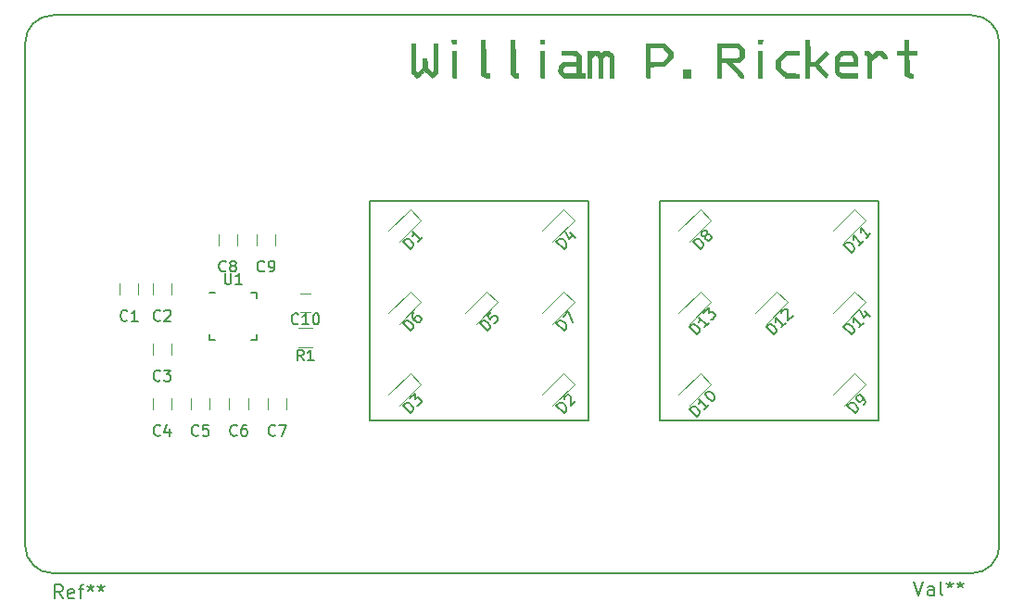
<source format=gbr>
%TF.GenerationSoftware,KiCad,Pcbnew,5.1.0*%
%TF.CreationDate,2019-04-11T23:23:28-05:00*%
%TF.ProjectId,Layout,4c61796f-7574-42e6-9b69-6361645f7063,rev?*%
%TF.SameCoordinates,Original*%
%TF.FileFunction,Legend,Top*%
%TF.FilePolarity,Positive*%
%FSLAX46Y46*%
G04 Gerber Fmt 4.6, Leading zero omitted, Abs format (unit mm)*
G04 Created by KiCad (PCBNEW 5.1.0) date 2019-04-11 23:23:28*
%MOMM*%
%LPD*%
G04 APERTURE LIST*
%ADD10C,0.200000*%
%ADD11C,0.150000*%
%ADD12C,0.120000*%
%ADD13C,0.010000*%
G04 APERTURE END LIST*
D10*
X143500000Y-110500000D02*
X163500000Y-110500000D01*
X163500000Y-90500000D02*
X143500000Y-90500000D01*
X163500000Y-110500000D02*
X163500000Y-90500000D01*
X143500000Y-90500000D02*
X143500000Y-110500000D01*
X190000000Y-110500000D02*
X170000000Y-110500000D01*
X170000000Y-90500000D02*
X190000000Y-90500000D01*
X170000000Y-90500000D02*
X170000000Y-110500000D01*
X190000000Y-110500000D02*
X190000000Y-90500000D01*
D11*
X112000000Y-122000000D02*
X112000000Y-76000000D01*
X198500000Y-124500000D02*
X114500000Y-124500000D01*
X201000000Y-76000000D02*
X201000000Y-122000000D01*
X114500000Y-73500000D02*
X198500000Y-73500000D01*
X201000000Y-122000000D02*
G75*
G02X198500000Y-124500000I-2500000J0D01*
G01*
X114500000Y-124500000D02*
G75*
G02X112000000Y-122000000I0J2500000D01*
G01*
X112000000Y-76000000D02*
G75*
G02X114500000Y-73500000I2500000J0D01*
G01*
X198500000Y-73500000D02*
G75*
G02X201000000Y-76000000I0J-2500000D01*
G01*
D12*
X123650000Y-103500000D02*
X123650000Y-104500000D01*
X125350000Y-104500000D02*
X125350000Y-103500000D01*
X122350000Y-99000000D02*
X122350000Y-98000000D01*
X120650000Y-98000000D02*
X120650000Y-99000000D01*
X134150000Y-108500000D02*
X134150000Y-109500000D01*
X135850000Y-109500000D02*
X135850000Y-108500000D01*
X132350000Y-109500000D02*
X132350000Y-108500000D01*
X130650000Y-108500000D02*
X130650000Y-109500000D01*
X125350000Y-109500000D02*
X125350000Y-108500000D01*
X123650000Y-108500000D02*
X123650000Y-109500000D01*
X125350000Y-99000000D02*
X125350000Y-98000000D01*
X123650000Y-98000000D02*
X123650000Y-99000000D01*
X128850000Y-109500000D02*
X128850000Y-108500000D01*
X127150000Y-108500000D02*
X127150000Y-109500000D01*
X129650000Y-93500000D02*
X129650000Y-94500000D01*
X131350000Y-94500000D02*
X131350000Y-93500000D01*
X134850000Y-94500000D02*
X134850000Y-93500000D01*
X133150000Y-93500000D02*
X133150000Y-94500000D01*
X148167768Y-92222183D02*
X147177818Y-91232233D01*
X147177818Y-91232233D02*
X145197919Y-93212132D01*
X148167768Y-92222183D02*
X146187869Y-94202082D01*
X162167768Y-107222183D02*
X160187869Y-109202082D01*
X161177818Y-106232233D02*
X159197919Y-108212132D01*
X162167768Y-107222183D02*
X161177818Y-106232233D01*
X148167768Y-107222183D02*
X146187869Y-109202082D01*
X147177818Y-106232233D02*
X145197919Y-108212132D01*
X148167768Y-107222183D02*
X147177818Y-106232233D01*
X162167768Y-92222183D02*
X161177818Y-91232233D01*
X161177818Y-91232233D02*
X159197919Y-93212132D01*
X162167768Y-92222183D02*
X160187869Y-94202082D01*
X155167768Y-99722183D02*
X154177818Y-98732233D01*
X154177818Y-98732233D02*
X152197919Y-100712132D01*
X155167768Y-99722183D02*
X153187869Y-101702082D01*
X148167768Y-99722183D02*
X147177818Y-98732233D01*
X147177818Y-98732233D02*
X145197919Y-100712132D01*
X148167768Y-99722183D02*
X146187869Y-101702082D01*
X162167768Y-99722183D02*
X160187869Y-101702082D01*
X161177818Y-98732233D02*
X159197919Y-100712132D01*
X162167768Y-99722183D02*
X161177818Y-98732233D01*
X174667768Y-92222183D02*
X172687869Y-94202082D01*
X173677818Y-91232233D02*
X171697919Y-93212132D01*
X174667768Y-92222183D02*
X173677818Y-91232233D01*
X188767767Y-107222183D02*
X187777817Y-106232233D01*
X187777817Y-106232233D02*
X185797918Y-108212132D01*
X188767767Y-107222183D02*
X186787868Y-109202082D01*
X174667768Y-107222183D02*
X173677818Y-106232233D01*
X173677818Y-106232233D02*
X171697919Y-108212132D01*
X174667768Y-107222183D02*
X172687869Y-109202082D01*
X188767767Y-92222183D02*
X186787868Y-94202082D01*
X187777817Y-91232233D02*
X185797918Y-93212132D01*
X188767767Y-92222183D02*
X187777817Y-91232233D01*
X181667768Y-99722183D02*
X179687869Y-101702082D01*
X180677818Y-98732233D02*
X178697919Y-100712132D01*
X181667768Y-99722183D02*
X180677818Y-98732233D01*
X174667768Y-99722183D02*
X172687869Y-101702082D01*
X173677818Y-98732233D02*
X171697919Y-100712132D01*
X174667768Y-99722183D02*
X173677818Y-98732233D01*
X188767767Y-99722183D02*
X187777817Y-98732233D01*
X187777817Y-98732233D02*
X185797918Y-100712132D01*
X188767767Y-99722183D02*
X186787868Y-101702082D01*
D11*
X133150000Y-98860000D02*
X133150000Y-99385000D01*
X128850000Y-103160000D02*
X128850000Y-102635000D01*
X133150000Y-103160000D02*
X133150000Y-102635000D01*
X128850000Y-98860000D02*
X129375000Y-98860000D01*
X128850000Y-103160000D02*
X129375000Y-103160000D01*
X133150000Y-103160000D02*
X132625000Y-103160000D01*
X133150000Y-98860000D02*
X132625000Y-98860000D01*
D13*
G36*
X179324184Y-75913250D02*
G01*
X179311882Y-76026255D01*
X179279926Y-76080139D01*
X179202963Y-76100255D01*
X179131250Y-76106184D01*
X178951334Y-76119201D01*
X178951334Y-75733333D01*
X179337202Y-75733333D01*
X179324184Y-75913250D01*
X179324184Y-75913250D01*
G37*
X179324184Y-75913250D02*
X179311882Y-76026255D01*
X179279926Y-76080139D01*
X179202963Y-76100255D01*
X179131250Y-76106184D01*
X178951334Y-76119201D01*
X178951334Y-75733333D01*
X179337202Y-75733333D01*
X179324184Y-75913250D01*
G36*
X159393334Y-76114333D02*
G01*
X159222672Y-76114333D01*
X159092637Y-76099179D01*
X159029895Y-76056531D01*
X159029015Y-76054409D01*
X159016472Y-75969332D01*
X159019760Y-75874492D01*
X159037548Y-75797838D01*
X159084482Y-75760016D01*
X159185915Y-75743613D01*
X159213417Y-75741482D01*
X159393334Y-75728465D01*
X159393334Y-76114333D01*
X159393334Y-76114333D01*
G37*
X159393334Y-76114333D02*
X159222672Y-76114333D01*
X159092637Y-76099179D01*
X159029895Y-76056531D01*
X159029015Y-76054409D01*
X159016472Y-75969332D01*
X159019760Y-75874492D01*
X159037548Y-75797838D01*
X159084482Y-75760016D01*
X159185915Y-75743613D01*
X159213417Y-75741482D01*
X159393334Y-75728465D01*
X159393334Y-76114333D01*
G36*
X151350000Y-76114333D02*
G01*
X151187722Y-76114333D01*
X151075852Y-76107570D01*
X151004241Y-76090837D01*
X150997222Y-76086111D01*
X150978943Y-76028944D01*
X150969399Y-75923186D01*
X150969000Y-75895611D01*
X150969000Y-75733333D01*
X151350000Y-75733333D01*
X151350000Y-76114333D01*
X151350000Y-76114333D01*
G37*
X151350000Y-76114333D02*
X151187722Y-76114333D01*
X151075852Y-76107570D01*
X151004241Y-76090837D01*
X150997222Y-76086111D01*
X150978943Y-76028944D01*
X150969399Y-75923186D01*
X150969000Y-75895611D01*
X150969000Y-75733333D01*
X151350000Y-75733333D01*
X151350000Y-76114333D01*
G36*
X192709667Y-76745909D02*
G01*
X193058917Y-76758204D01*
X193408167Y-76770500D01*
X193421184Y-76950416D01*
X193434202Y-77130333D01*
X192707877Y-77130333D01*
X192719355Y-77966416D01*
X192730834Y-78802500D01*
X192900167Y-78823666D01*
X193008388Y-78842148D01*
X193056620Y-78879192D01*
X193069095Y-78962058D01*
X193069500Y-79014166D01*
X193069500Y-79183500D01*
X192872349Y-79196242D01*
X192736489Y-79195617D01*
X192636296Y-79161700D01*
X192527276Y-79079098D01*
X192523099Y-79075440D01*
X192371000Y-78941895D01*
X192371000Y-77130333D01*
X191651334Y-77130333D01*
X191651334Y-76749333D01*
X192371000Y-76749333D01*
X192371000Y-75733333D01*
X192709667Y-75733333D01*
X192709667Y-76745909D01*
X192709667Y-76745909D01*
G37*
X192709667Y-76745909D02*
X193058917Y-76758204D01*
X193408167Y-76770500D01*
X193421184Y-76950416D01*
X193434202Y-77130333D01*
X192707877Y-77130333D01*
X192719355Y-77966416D01*
X192730834Y-78802500D01*
X192900167Y-78823666D01*
X193008388Y-78842148D01*
X193056620Y-78879192D01*
X193069095Y-78962058D01*
X193069500Y-79014166D01*
X193069500Y-79183500D01*
X192872349Y-79196242D01*
X192736489Y-79195617D01*
X192636296Y-79161700D01*
X192527276Y-79079098D01*
X192523099Y-79075440D01*
X192371000Y-78941895D01*
X192371000Y-77130333D01*
X191651334Y-77130333D01*
X191651334Y-76749333D01*
X192371000Y-76749333D01*
X192371000Y-75733333D01*
X192709667Y-75733333D01*
X192709667Y-76745909D01*
G36*
X190515107Y-76996560D02*
G01*
X190656035Y-77148292D01*
X190735758Y-77262853D01*
X190762261Y-77351865D01*
X190762334Y-77356393D01*
X190755345Y-77425766D01*
X190719166Y-77458632D01*
X190630972Y-77468481D01*
X190571834Y-77469000D01*
X190438289Y-77457983D01*
X190383242Y-77424284D01*
X190381334Y-77413420D01*
X190344622Y-77323837D01*
X190252242Y-77233866D01*
X190130829Y-77162990D01*
X190007014Y-77130693D01*
X189994379Y-77130333D01*
X189915570Y-77138131D01*
X189840927Y-77169275D01*
X189753280Y-77235391D01*
X189635459Y-77348104D01*
X189562779Y-77422550D01*
X189280667Y-77714767D01*
X189280667Y-79204666D01*
X188942000Y-79204666D01*
X188942000Y-78215016D01*
X188941559Y-77889282D01*
X188939059Y-77638094D01*
X188932733Y-77451333D01*
X188920815Y-77318879D01*
X188901538Y-77230613D01*
X188873136Y-77176416D01*
X188833842Y-77146167D01*
X188781889Y-77129747D01*
X188751500Y-77123725D01*
X188694840Y-77095442D01*
X188670492Y-77023162D01*
X188666834Y-76939253D01*
X188671925Y-76830534D01*
X188701542Y-76780250D01*
X188777198Y-76762223D01*
X188815000Y-76758964D01*
X188981905Y-76778401D01*
X189129918Y-76852358D01*
X189234279Y-76965041D01*
X189266046Y-77046646D01*
X189291632Y-77174577D01*
X189516449Y-76961955D01*
X189635879Y-76852190D01*
X189723571Y-76788695D01*
X189808583Y-76758815D01*
X189919972Y-76749893D01*
X190004573Y-76749333D01*
X190267880Y-76749333D01*
X190515107Y-76996560D01*
X190515107Y-76996560D01*
G37*
X190515107Y-76996560D02*
X190656035Y-77148292D01*
X190735758Y-77262853D01*
X190762261Y-77351865D01*
X190762334Y-77356393D01*
X190755345Y-77425766D01*
X190719166Y-77458632D01*
X190630972Y-77468481D01*
X190571834Y-77469000D01*
X190438289Y-77457983D01*
X190383242Y-77424284D01*
X190381334Y-77413420D01*
X190344622Y-77323837D01*
X190252242Y-77233866D01*
X190130829Y-77162990D01*
X190007014Y-77130693D01*
X189994379Y-77130333D01*
X189915570Y-77138131D01*
X189840927Y-77169275D01*
X189753280Y-77235391D01*
X189635459Y-77348104D01*
X189562779Y-77422550D01*
X189280667Y-77714767D01*
X189280667Y-79204666D01*
X188942000Y-79204666D01*
X188942000Y-78215016D01*
X188941559Y-77889282D01*
X188939059Y-77638094D01*
X188932733Y-77451333D01*
X188920815Y-77318879D01*
X188901538Y-77230613D01*
X188873136Y-77176416D01*
X188833842Y-77146167D01*
X188781889Y-77129747D01*
X188751500Y-77123725D01*
X188694840Y-77095442D01*
X188670492Y-77023162D01*
X188666834Y-76939253D01*
X188671925Y-76830534D01*
X188701542Y-76780250D01*
X188777198Y-76762223D01*
X188815000Y-76758964D01*
X188981905Y-76778401D01*
X189129918Y-76852358D01*
X189234279Y-76965041D01*
X189266046Y-77046646D01*
X189291632Y-77174577D01*
X189516449Y-76961955D01*
X189635879Y-76852190D01*
X189723571Y-76788695D01*
X189808583Y-76758815D01*
X189919972Y-76749893D01*
X190004573Y-76749333D01*
X190267880Y-76749333D01*
X190515107Y-76996560D01*
G36*
X187808356Y-76991424D02*
G01*
X188053000Y-77233516D01*
X188053000Y-78146333D01*
X186317334Y-78146333D01*
X186317334Y-78371246D01*
X186324722Y-78516239D01*
X186355112Y-78612436D01*
X186420845Y-78695033D01*
X186436067Y-78709913D01*
X186554800Y-78823666D01*
X188053000Y-78823666D01*
X188053000Y-79204666D01*
X186494270Y-79204666D01*
X186280470Y-79035667D01*
X186160944Y-78933992D01*
X186066121Y-78840341D01*
X186022669Y-78784450D01*
X186006995Y-78712877D01*
X185994101Y-78569806D01*
X185984696Y-78368379D01*
X185979487Y-78121739D01*
X185978667Y-77967874D01*
X185978667Y-77566566D01*
X186359667Y-77566566D01*
X186359667Y-77765333D01*
X187714334Y-77765333D01*
X187714334Y-77589412D01*
X187681013Y-77400653D01*
X187606346Y-77271912D01*
X187498358Y-77130333D01*
X187042766Y-77130333D01*
X186840528Y-77131286D01*
X186704165Y-77136759D01*
X186614885Y-77150670D01*
X186553899Y-77176937D01*
X186502416Y-77219480D01*
X186473420Y-77249066D01*
X186396485Y-77351690D01*
X186364000Y-77469860D01*
X186359667Y-77566566D01*
X185978667Y-77566566D01*
X185978667Y-77233516D01*
X186223311Y-76991424D01*
X186467955Y-76749333D01*
X187563712Y-76749333D01*
X187808356Y-76991424D01*
X187808356Y-76991424D01*
G37*
X187808356Y-76991424D02*
X188053000Y-77233516D01*
X188053000Y-78146333D01*
X186317334Y-78146333D01*
X186317334Y-78371246D01*
X186324722Y-78516239D01*
X186355112Y-78612436D01*
X186420845Y-78695033D01*
X186436067Y-78709913D01*
X186554800Y-78823666D01*
X188053000Y-78823666D01*
X188053000Y-79204666D01*
X186494270Y-79204666D01*
X186280470Y-79035667D01*
X186160944Y-78933992D01*
X186066121Y-78840341D01*
X186022669Y-78784450D01*
X186006995Y-78712877D01*
X185994101Y-78569806D01*
X185984696Y-78368379D01*
X185979487Y-78121739D01*
X185978667Y-77967874D01*
X185978667Y-77566566D01*
X186359667Y-77566566D01*
X186359667Y-77765333D01*
X187714334Y-77765333D01*
X187714334Y-77589412D01*
X187681013Y-77400653D01*
X187606346Y-77271912D01*
X187498358Y-77130333D01*
X187042766Y-77130333D01*
X186840528Y-77131286D01*
X186704165Y-77136759D01*
X186614885Y-77150670D01*
X186553899Y-77176937D01*
X186502416Y-77219480D01*
X186473420Y-77249066D01*
X186396485Y-77351690D01*
X186364000Y-77469860D01*
X186359667Y-77566566D01*
X185978667Y-77566566D01*
X185978667Y-77233516D01*
X186223311Y-76991424D01*
X186467955Y-76749333D01*
X187563712Y-76749333D01*
X187808356Y-76991424D01*
G36*
X183660164Y-76759916D02*
G01*
X183671500Y-77786500D01*
X183879930Y-77799702D01*
X184088359Y-77812905D01*
X184609143Y-77293372D01*
X185129926Y-76773839D01*
X185258984Y-76897484D01*
X185388041Y-77021128D01*
X184914849Y-77495667D01*
X184441656Y-77970205D01*
X184882078Y-78442307D01*
X185035609Y-78608047D01*
X185167350Y-78752477D01*
X185266988Y-78864116D01*
X185324211Y-78931483D01*
X185333756Y-78945140D01*
X185313339Y-78991055D01*
X185248624Y-79067361D01*
X185224558Y-79091273D01*
X185104103Y-79206676D01*
X184606290Y-78676504D01*
X184108476Y-78146333D01*
X183650334Y-78146333D01*
X183650334Y-79204666D01*
X183311667Y-79204666D01*
X183311667Y-75733333D01*
X183648828Y-75733333D01*
X183660164Y-76759916D01*
X183660164Y-76759916D01*
G37*
X183660164Y-76759916D02*
X183671500Y-77786500D01*
X183879930Y-77799702D01*
X184088359Y-77812905D01*
X184609143Y-77293372D01*
X185129926Y-76773839D01*
X185258984Y-76897484D01*
X185388041Y-77021128D01*
X184914849Y-77495667D01*
X184441656Y-77970205D01*
X184882078Y-78442307D01*
X185035609Y-78608047D01*
X185167350Y-78752477D01*
X185266988Y-78864116D01*
X185324211Y-78931483D01*
X185333756Y-78945140D01*
X185313339Y-78991055D01*
X185248624Y-79067361D01*
X185224558Y-79091273D01*
X185104103Y-79206676D01*
X184606290Y-78676504D01*
X184108476Y-78146333D01*
X183650334Y-78146333D01*
X183650334Y-79204666D01*
X183311667Y-79204666D01*
X183311667Y-75733333D01*
X183648828Y-75733333D01*
X183660164Y-76759916D01*
G36*
X182068666Y-76758757D02*
G01*
X182697834Y-76770500D01*
X182697834Y-77109166D01*
X182126334Y-77120969D01*
X181554834Y-77132771D01*
X181269084Y-77416167D01*
X180983334Y-77699562D01*
X180983334Y-78254437D01*
X181269084Y-78537832D01*
X181554834Y-78821228D01*
X182126334Y-78833030D01*
X182697834Y-78844833D01*
X182697834Y-79183500D01*
X182105167Y-79191318D01*
X181885417Y-79192564D01*
X181693026Y-79190567D01*
X181545376Y-79185735D01*
X181459847Y-79178476D01*
X181449000Y-79175922D01*
X181396111Y-79138620D01*
X181297132Y-79053342D01*
X181165580Y-78932240D01*
X181014972Y-78787469D01*
X180993917Y-78766773D01*
X180602334Y-78380838D01*
X180602334Y-77569514D01*
X181020916Y-77158265D01*
X181439499Y-76747015D01*
X182068666Y-76758757D01*
X182068666Y-76758757D01*
G37*
X182068666Y-76758757D02*
X182697834Y-76770500D01*
X182697834Y-77109166D01*
X182126334Y-77120969D01*
X181554834Y-77132771D01*
X181269084Y-77416167D01*
X180983334Y-77699562D01*
X180983334Y-78254437D01*
X181269084Y-78537832D01*
X181554834Y-78821228D01*
X182126334Y-78833030D01*
X182697834Y-78844833D01*
X182697834Y-79183500D01*
X182105167Y-79191318D01*
X181885417Y-79192564D01*
X181693026Y-79190567D01*
X181545376Y-79185735D01*
X181459847Y-79178476D01*
X181449000Y-79175922D01*
X181396111Y-79138620D01*
X181297132Y-79053342D01*
X181165580Y-78932240D01*
X181014972Y-78787469D01*
X180993917Y-78766773D01*
X180602334Y-78380838D01*
X180602334Y-77569514D01*
X181020916Y-77158265D01*
X181439499Y-76747015D01*
X182068666Y-76758757D01*
G36*
X179131250Y-76757482D02*
G01*
X179311167Y-76770500D01*
X179311167Y-79183500D01*
X179131250Y-79196517D01*
X178951334Y-79209534D01*
X178951334Y-76744465D01*
X179131250Y-76757482D01*
X179131250Y-76757482D01*
G37*
X179131250Y-76757482D02*
X179311167Y-76770500D01*
X179311167Y-79183500D01*
X179131250Y-79196517D01*
X178951334Y-79209534D01*
X178951334Y-76744465D01*
X179131250Y-76757482D01*
G36*
X177446105Y-76327102D02*
G01*
X177689431Y-76582204D01*
X177674799Y-76985982D01*
X177660167Y-77389761D01*
X177441064Y-77598714D01*
X177221962Y-77807666D01*
X176518343Y-77807666D01*
X177078672Y-78369150D01*
X177278594Y-78571111D01*
X177425316Y-78724301D01*
X177526734Y-78838564D01*
X177590744Y-78923744D01*
X177625244Y-78989685D01*
X177638128Y-79046229D01*
X177639000Y-79067650D01*
X177633136Y-79155424D01*
X177599307Y-79194438D01*
X177513159Y-79204397D01*
X177469667Y-79204666D01*
X177349186Y-79192162D01*
X177300854Y-79156569D01*
X177300334Y-79151237D01*
X177271559Y-79106770D01*
X177191072Y-79012508D01*
X177067630Y-78877916D01*
X176909989Y-78712462D01*
X176726904Y-78525613D01*
X176654254Y-78452737D01*
X176008174Y-77807666D01*
X175607000Y-77807666D01*
X175607000Y-79204666D01*
X175226000Y-79204666D01*
X175226000Y-76453000D01*
X175607000Y-76453000D01*
X175607000Y-77426666D01*
X176355688Y-77426666D01*
X176625518Y-77426128D01*
X176823913Y-77423555D01*
X176964104Y-77417508D01*
X177059321Y-77406549D01*
X177122795Y-77389240D01*
X177167755Y-77364143D01*
X177202355Y-77334620D01*
X177256950Y-77270362D01*
X177286806Y-77190219D01*
X177298821Y-77067936D01*
X177300334Y-76961540D01*
X177296541Y-76804083D01*
X177279525Y-76703028D01*
X177240825Y-76630245D01*
X177181600Y-76566753D01*
X177062867Y-76453000D01*
X175607000Y-76453000D01*
X175226000Y-76453000D01*
X175226000Y-76072000D01*
X176214390Y-76072000D01*
X177202779Y-76071999D01*
X177446105Y-76327102D01*
X177446105Y-76327102D01*
G37*
X177446105Y-76327102D02*
X177689431Y-76582204D01*
X177674799Y-76985982D01*
X177660167Y-77389761D01*
X177441064Y-77598714D01*
X177221962Y-77807666D01*
X176518343Y-77807666D01*
X177078672Y-78369150D01*
X177278594Y-78571111D01*
X177425316Y-78724301D01*
X177526734Y-78838564D01*
X177590744Y-78923744D01*
X177625244Y-78989685D01*
X177638128Y-79046229D01*
X177639000Y-79067650D01*
X177633136Y-79155424D01*
X177599307Y-79194438D01*
X177513159Y-79204397D01*
X177469667Y-79204666D01*
X177349186Y-79192162D01*
X177300854Y-79156569D01*
X177300334Y-79151237D01*
X177271559Y-79106770D01*
X177191072Y-79012508D01*
X177067630Y-78877916D01*
X176909989Y-78712462D01*
X176726904Y-78525613D01*
X176654254Y-78452737D01*
X176008174Y-77807666D01*
X175607000Y-77807666D01*
X175607000Y-79204666D01*
X175226000Y-79204666D01*
X175226000Y-76453000D01*
X175607000Y-76453000D01*
X175607000Y-77426666D01*
X176355688Y-77426666D01*
X176625518Y-77426128D01*
X176823913Y-77423555D01*
X176964104Y-77417508D01*
X177059321Y-77406549D01*
X177122795Y-77389240D01*
X177167755Y-77364143D01*
X177202355Y-77334620D01*
X177256950Y-77270362D01*
X177286806Y-77190219D01*
X177298821Y-77067936D01*
X177300334Y-76961540D01*
X177296541Y-76804083D01*
X177279525Y-76703028D01*
X177240825Y-76630245D01*
X177181600Y-76566753D01*
X177062867Y-76453000D01*
X175607000Y-76453000D01*
X175226000Y-76453000D01*
X175226000Y-76072000D01*
X176214390Y-76072000D01*
X177202779Y-76071999D01*
X177446105Y-76327102D01*
G36*
X172813000Y-79204666D02*
G01*
X172093334Y-79204666D01*
X172093334Y-78485000D01*
X172813000Y-78485000D01*
X172813000Y-79204666D01*
X172813000Y-79204666D01*
G37*
X172813000Y-79204666D02*
X172093334Y-79204666D01*
X172093334Y-78485000D01*
X172813000Y-78485000D01*
X172813000Y-79204666D01*
G36*
X171162000Y-76860051D02*
G01*
X171162000Y-77353404D01*
X170773202Y-77749869D01*
X170384403Y-78146333D01*
X169868327Y-78146333D01*
X169654366Y-78148483D01*
X169459609Y-78154326D01*
X169306322Y-78162956D01*
X169219959Y-78172791D01*
X169087667Y-78199250D01*
X169087667Y-79204666D01*
X168917005Y-79204666D01*
X168800095Y-79192344D01*
X168731774Y-79160730D01*
X168725952Y-79151528D01*
X168721527Y-79098142D01*
X168718051Y-78970060D01*
X168715584Y-78777248D01*
X168714184Y-78529671D01*
X168713911Y-78237296D01*
X168714825Y-77910089D01*
X168716697Y-77595778D01*
X168725166Y-76453000D01*
X169087667Y-76453000D01*
X169087667Y-77807666D01*
X170207375Y-77807666D01*
X170494188Y-77523052D01*
X170655032Y-77354912D01*
X170750919Y-77222647D01*
X170782370Y-77108453D01*
X170749904Y-76994526D01*
X170654038Y-76863062D01*
X170517640Y-76718722D01*
X170254279Y-76453000D01*
X169087667Y-76453000D01*
X168725166Y-76453000D01*
X168727834Y-76093166D01*
X169549952Y-76081644D01*
X170372070Y-76070121D01*
X171162000Y-76860051D01*
X171162000Y-76860051D01*
G37*
X171162000Y-76860051D02*
X171162000Y-77353404D01*
X170773202Y-77749869D01*
X170384403Y-78146333D01*
X169868327Y-78146333D01*
X169654366Y-78148483D01*
X169459609Y-78154326D01*
X169306322Y-78162956D01*
X169219959Y-78172791D01*
X169087667Y-78199250D01*
X169087667Y-79204666D01*
X168917005Y-79204666D01*
X168800095Y-79192344D01*
X168731774Y-79160730D01*
X168725952Y-79151528D01*
X168721527Y-79098142D01*
X168718051Y-78970060D01*
X168715584Y-78777248D01*
X168714184Y-78529671D01*
X168713911Y-78237296D01*
X168714825Y-77910089D01*
X168716697Y-77595778D01*
X168725166Y-76453000D01*
X169087667Y-76453000D01*
X169087667Y-77807666D01*
X170207375Y-77807666D01*
X170494188Y-77523052D01*
X170655032Y-77354912D01*
X170750919Y-77222647D01*
X170782370Y-77108453D01*
X170749904Y-76994526D01*
X170654038Y-76863062D01*
X170517640Y-76718722D01*
X170254279Y-76453000D01*
X169087667Y-76453000D01*
X168725166Y-76453000D01*
X168727834Y-76093166D01*
X169549952Y-76081644D01*
X170372070Y-76070121D01*
X171162000Y-76860051D01*
G36*
X165227432Y-76753912D02*
G01*
X165314805Y-76776247D01*
X165400695Y-76829237D01*
X165511337Y-76925781D01*
X165555368Y-76967140D01*
X165785667Y-77184948D01*
X165785667Y-79204666D01*
X165447000Y-79204666D01*
X165447000Y-77357840D01*
X165328267Y-77244086D01*
X165189999Y-77151114D01*
X165054395Y-77142511D01*
X164917029Y-77218277D01*
X164888400Y-77244086D01*
X164769667Y-77357840D01*
X164769667Y-79209534D01*
X164589750Y-79196517D01*
X164409834Y-79183500D01*
X164398393Y-78278664D01*
X164394030Y-77976598D01*
X164388831Y-77747124D01*
X164381641Y-77578167D01*
X164371305Y-77457652D01*
X164356671Y-77373504D01*
X164336582Y-77313649D01*
X164309886Y-77266013D01*
X164300260Y-77252081D01*
X164190001Y-77153189D01*
X164062565Y-77135550D01*
X163925015Y-77199297D01*
X163872400Y-77244086D01*
X163753667Y-77357840D01*
X163753667Y-79204666D01*
X163371368Y-79204666D01*
X163393834Y-76770500D01*
X163573750Y-76757482D01*
X163700446Y-76758746D01*
X163751913Y-76787360D01*
X163753667Y-76797699D01*
X163766038Y-76829178D01*
X163804467Y-76800133D01*
X163873531Y-76771156D01*
X163994423Y-76752763D01*
X164078160Y-76749333D01*
X164227380Y-76758114D01*
X164334503Y-76794242D01*
X164441146Y-76872395D01*
X164450694Y-76880718D01*
X164600334Y-77012104D01*
X164749973Y-76880718D01*
X164863042Y-76796172D01*
X164974490Y-76757761D01*
X165112341Y-76749333D01*
X165227432Y-76753912D01*
X165227432Y-76753912D01*
G37*
X165227432Y-76753912D02*
X165314805Y-76776247D01*
X165400695Y-76829237D01*
X165511337Y-76925781D01*
X165555368Y-76967140D01*
X165785667Y-77184948D01*
X165785667Y-79204666D01*
X165447000Y-79204666D01*
X165447000Y-77357840D01*
X165328267Y-77244086D01*
X165189999Y-77151114D01*
X165054395Y-77142511D01*
X164917029Y-77218277D01*
X164888400Y-77244086D01*
X164769667Y-77357840D01*
X164769667Y-79209534D01*
X164589750Y-79196517D01*
X164409834Y-79183500D01*
X164398393Y-78278664D01*
X164394030Y-77976598D01*
X164388831Y-77747124D01*
X164381641Y-77578167D01*
X164371305Y-77457652D01*
X164356671Y-77373504D01*
X164336582Y-77313649D01*
X164309886Y-77266013D01*
X164300260Y-77252081D01*
X164190001Y-77153189D01*
X164062565Y-77135550D01*
X163925015Y-77199297D01*
X163872400Y-77244086D01*
X163753667Y-77357840D01*
X163753667Y-79204666D01*
X163371368Y-79204666D01*
X163393834Y-76770500D01*
X163573750Y-76757482D01*
X163700446Y-76758746D01*
X163751913Y-76787360D01*
X163753667Y-76797699D01*
X163766038Y-76829178D01*
X163804467Y-76800133D01*
X163873531Y-76771156D01*
X163994423Y-76752763D01*
X164078160Y-76749333D01*
X164227380Y-76758114D01*
X164334503Y-76794242D01*
X164441146Y-76872395D01*
X164450694Y-76880718D01*
X164600334Y-77012104D01*
X164749973Y-76880718D01*
X164863042Y-76796172D01*
X164974490Y-76757761D01*
X165112341Y-76749333D01*
X165227432Y-76753912D01*
G36*
X162780000Y-77213201D02*
G01*
X162780000Y-78823666D01*
X163118667Y-78823666D01*
X163118667Y-79204666D01*
X161154959Y-79204666D01*
X160930313Y-78972732D01*
X160816631Y-78852652D01*
X160749717Y-78765618D01*
X160717177Y-78684108D01*
X160706617Y-78580601D01*
X160706010Y-78512324D01*
X161050582Y-78512324D01*
X161108307Y-78646000D01*
X161158087Y-78704933D01*
X161206339Y-78752858D01*
X161253813Y-78785761D01*
X161316620Y-78806468D01*
X161410874Y-78817802D01*
X161552689Y-78822588D01*
X161758176Y-78823651D01*
X161835420Y-78823666D01*
X162399000Y-78823666D01*
X162399000Y-78104000D01*
X161323531Y-78104000D01*
X161183932Y-78239304D01*
X161075661Y-78379086D01*
X161050582Y-78512324D01*
X160706010Y-78512324D01*
X160705667Y-78473869D01*
X160707893Y-78335299D01*
X160723104Y-78240674D01*
X160764101Y-78162072D01*
X160843684Y-78071567D01*
X160929248Y-77986137D01*
X161152829Y-77765333D01*
X162399000Y-77765333D01*
X162399000Y-77539879D01*
X162390548Y-77390138D01*
X162358736Y-77292567D01*
X162301022Y-77222379D01*
X162255603Y-77185299D01*
X162201646Y-77159745D01*
X162123530Y-77143596D01*
X162005630Y-77134728D01*
X161832323Y-77131018D01*
X161623688Y-77130333D01*
X161044334Y-77130333D01*
X161044334Y-76749333D01*
X162330708Y-76749333D01*
X162780000Y-77213201D01*
X162780000Y-77213201D01*
G37*
X162780000Y-77213201D02*
X162780000Y-78823666D01*
X163118667Y-78823666D01*
X163118667Y-79204666D01*
X161154959Y-79204666D01*
X160930313Y-78972732D01*
X160816631Y-78852652D01*
X160749717Y-78765618D01*
X160717177Y-78684108D01*
X160706617Y-78580601D01*
X160706010Y-78512324D01*
X161050582Y-78512324D01*
X161108307Y-78646000D01*
X161158087Y-78704933D01*
X161206339Y-78752858D01*
X161253813Y-78785761D01*
X161316620Y-78806468D01*
X161410874Y-78817802D01*
X161552689Y-78822588D01*
X161758176Y-78823651D01*
X161835420Y-78823666D01*
X162399000Y-78823666D01*
X162399000Y-78104000D01*
X161323531Y-78104000D01*
X161183932Y-78239304D01*
X161075661Y-78379086D01*
X161050582Y-78512324D01*
X160706010Y-78512324D01*
X160705667Y-78473869D01*
X160707893Y-78335299D01*
X160723104Y-78240674D01*
X160764101Y-78162072D01*
X160843684Y-78071567D01*
X160929248Y-77986137D01*
X161152829Y-77765333D01*
X162399000Y-77765333D01*
X162399000Y-77539879D01*
X162390548Y-77390138D01*
X162358736Y-77292567D01*
X162301022Y-77222379D01*
X162255603Y-77185299D01*
X162201646Y-77159745D01*
X162123530Y-77143596D01*
X162005630Y-77134728D01*
X161832323Y-77131018D01*
X161623688Y-77130333D01*
X161044334Y-77130333D01*
X161044334Y-76749333D01*
X162330708Y-76749333D01*
X162780000Y-77213201D01*
G36*
X159393334Y-79204666D02*
G01*
X159222672Y-79204666D01*
X159104961Y-79192195D01*
X159036951Y-79160041D01*
X159031473Y-79151149D01*
X159026479Y-79096163D01*
X159022737Y-78968000D01*
X159020334Y-78778142D01*
X159019358Y-78538070D01*
X159019896Y-78259267D01*
X159022035Y-77953213D01*
X159022218Y-77934065D01*
X159033500Y-76770500D01*
X159213417Y-76757482D01*
X159393334Y-76744465D01*
X159393334Y-79204666D01*
X159393334Y-79204666D01*
G37*
X159393334Y-79204666D02*
X159222672Y-79204666D01*
X159104961Y-79192195D01*
X159036951Y-79160041D01*
X159031473Y-79151149D01*
X159026479Y-79096163D01*
X159022737Y-78968000D01*
X159020334Y-78778142D01*
X159019358Y-78538070D01*
X159019896Y-78259267D01*
X159022035Y-77953213D01*
X159022218Y-77934065D01*
X159033500Y-76770500D01*
X159213417Y-76757482D01*
X159393334Y-76744465D01*
X159393334Y-79204666D01*
G36*
X156736389Y-77267916D02*
G01*
X156747500Y-78802500D01*
X156906250Y-78815638D01*
X157004275Y-78827923D01*
X157050360Y-78859727D01*
X157064111Y-78935888D01*
X157065000Y-79016722D01*
X157065000Y-79204666D01*
X156861925Y-79204666D01*
X156731064Y-79196737D01*
X156636522Y-79161633D01*
X156540248Y-79082377D01*
X156502092Y-79044131D01*
X156345334Y-78883596D01*
X156345334Y-75733333D01*
X156725277Y-75733333D01*
X156736389Y-77267916D01*
X156736389Y-77267916D01*
G37*
X156736389Y-77267916D02*
X156747500Y-78802500D01*
X156906250Y-78815638D01*
X157004275Y-78827923D01*
X157050360Y-78859727D01*
X157064111Y-78935888D01*
X157065000Y-79016722D01*
X157065000Y-79204666D01*
X156861925Y-79204666D01*
X156731064Y-79196737D01*
X156636522Y-79161633D01*
X156540248Y-79082377D01*
X156502092Y-79044131D01*
X156345334Y-78883596D01*
X156345334Y-75733333D01*
X156725277Y-75733333D01*
X156736389Y-77267916D01*
G36*
X154027055Y-77267916D02*
G01*
X154038167Y-78802500D01*
X154402619Y-78828760D01*
X154389726Y-79006130D01*
X154376834Y-79183500D01*
X154179682Y-79196242D01*
X154043822Y-79195617D01*
X153943629Y-79161700D01*
X153834609Y-79079098D01*
X153830432Y-79075440D01*
X153678334Y-78941895D01*
X153678334Y-75733333D01*
X154015944Y-75733333D01*
X154027055Y-77267916D01*
X154027055Y-77267916D01*
G37*
X154027055Y-77267916D02*
X154038167Y-78802500D01*
X154402619Y-78828760D01*
X154389726Y-79006130D01*
X154376834Y-79183500D01*
X154179682Y-79196242D01*
X154043822Y-79195617D01*
X153943629Y-79161700D01*
X153834609Y-79079098D01*
X153830432Y-79075440D01*
X153678334Y-78941895D01*
X153678334Y-75733333D01*
X154015944Y-75733333D01*
X154027055Y-77267916D01*
G36*
X151350000Y-79204666D02*
G01*
X151179338Y-79204666D01*
X151061628Y-79192195D01*
X150993617Y-79160041D01*
X150988140Y-79151149D01*
X150983145Y-79096163D01*
X150979403Y-78968000D01*
X150977001Y-78778142D01*
X150976025Y-78538070D01*
X150976563Y-78259267D01*
X150978702Y-77953213D01*
X150978885Y-77934065D01*
X150990167Y-76770500D01*
X151170084Y-76757482D01*
X151350000Y-76744465D01*
X151350000Y-79204666D01*
X151350000Y-79204666D01*
G37*
X151350000Y-79204666D02*
X151179338Y-79204666D01*
X151061628Y-79192195D01*
X150993617Y-79160041D01*
X150988140Y-79151149D01*
X150983145Y-79096163D01*
X150979403Y-78968000D01*
X150977001Y-78778142D01*
X150976025Y-78538070D01*
X150976563Y-78259267D01*
X150978702Y-77953213D01*
X150978885Y-77934065D01*
X150990167Y-76770500D01*
X151170084Y-76757482D01*
X151350000Y-76744465D01*
X151350000Y-79204666D01*
G36*
X149699000Y-78769051D02*
G01*
X149468701Y-78986859D01*
X149349518Y-79092475D01*
X149247866Y-79169871D01*
X149183560Y-79204153D01*
X149178929Y-79204666D01*
X149108779Y-79175504D01*
X149038811Y-79115256D01*
X148967348Y-79043725D01*
X148854584Y-78938983D01*
X148723783Y-78822592D01*
X148711881Y-78812248D01*
X148465596Y-78598651D01*
X148160552Y-78901659D01*
X148026044Y-79029320D01*
X147908118Y-79130426D01*
X147822582Y-79191995D01*
X147791559Y-79204666D01*
X147732258Y-79176161D01*
X147635268Y-79100995D01*
X147520359Y-78994691D01*
X147506804Y-78981085D01*
X147286000Y-78757504D01*
X147286000Y-76072000D01*
X147624667Y-76072000D01*
X147624667Y-77335438D01*
X147624884Y-77696052D01*
X147625944Y-77981513D01*
X147628455Y-78201331D01*
X147633030Y-78365021D01*
X147640278Y-78482094D01*
X147650810Y-78562064D01*
X147665237Y-78614441D01*
X147684169Y-78648740D01*
X147708216Y-78674472D01*
X147710757Y-78676788D01*
X147755175Y-78712224D01*
X147796184Y-78719903D01*
X147849865Y-78691658D01*
X147932298Y-78619320D01*
X148049424Y-78504757D01*
X148302000Y-78254817D01*
X148302000Y-77469000D01*
X148683000Y-77469000D01*
X148685709Y-77881750D01*
X148688417Y-78294500D01*
X148940180Y-78521542D01*
X149039505Y-78610633D01*
X149119584Y-78675833D01*
X149182574Y-78710729D01*
X149230633Y-78708911D01*
X149265918Y-78663967D01*
X149290586Y-78569486D01*
X149306795Y-78419056D01*
X149316701Y-78206266D01*
X149322464Y-77924705D01*
X149326238Y-77567960D01*
X149327970Y-77369075D01*
X149339167Y-76093166D01*
X149519084Y-76080149D01*
X149699000Y-76067131D01*
X149699000Y-78769051D01*
X149699000Y-78769051D01*
G37*
X149699000Y-78769051D02*
X149468701Y-78986859D01*
X149349518Y-79092475D01*
X149247866Y-79169871D01*
X149183560Y-79204153D01*
X149178929Y-79204666D01*
X149108779Y-79175504D01*
X149038811Y-79115256D01*
X148967348Y-79043725D01*
X148854584Y-78938983D01*
X148723783Y-78822592D01*
X148711881Y-78812248D01*
X148465596Y-78598651D01*
X148160552Y-78901659D01*
X148026044Y-79029320D01*
X147908118Y-79130426D01*
X147822582Y-79191995D01*
X147791559Y-79204666D01*
X147732258Y-79176161D01*
X147635268Y-79100995D01*
X147520359Y-78994691D01*
X147506804Y-78981085D01*
X147286000Y-78757504D01*
X147286000Y-76072000D01*
X147624667Y-76072000D01*
X147624667Y-77335438D01*
X147624884Y-77696052D01*
X147625944Y-77981513D01*
X147628455Y-78201331D01*
X147633030Y-78365021D01*
X147640278Y-78482094D01*
X147650810Y-78562064D01*
X147665237Y-78614441D01*
X147684169Y-78648740D01*
X147708216Y-78674472D01*
X147710757Y-78676788D01*
X147755175Y-78712224D01*
X147796184Y-78719903D01*
X147849865Y-78691658D01*
X147932298Y-78619320D01*
X148049424Y-78504757D01*
X148302000Y-78254817D01*
X148302000Y-77469000D01*
X148683000Y-77469000D01*
X148685709Y-77881750D01*
X148688417Y-78294500D01*
X148940180Y-78521542D01*
X149039505Y-78610633D01*
X149119584Y-78675833D01*
X149182574Y-78710729D01*
X149230633Y-78708911D01*
X149265918Y-78663967D01*
X149290586Y-78569486D01*
X149306795Y-78419056D01*
X149316701Y-78206266D01*
X149322464Y-77924705D01*
X149326238Y-77567960D01*
X149327970Y-77369075D01*
X149339167Y-76093166D01*
X149519084Y-76080149D01*
X149699000Y-76067131D01*
X149699000Y-78769051D01*
D12*
X137100000Y-100660000D02*
X138100000Y-100660000D01*
X138100000Y-98960000D02*
X137100000Y-98960000D01*
X137000000Y-102090000D02*
X138200000Y-102090000D01*
X138200000Y-103850000D02*
X137000000Y-103850000D01*
D11*
X124333333Y-106857142D02*
X124285714Y-106904761D01*
X124142857Y-106952380D01*
X124047619Y-106952380D01*
X123904761Y-106904761D01*
X123809523Y-106809523D01*
X123761904Y-106714285D01*
X123714285Y-106523809D01*
X123714285Y-106380952D01*
X123761904Y-106190476D01*
X123809523Y-106095238D01*
X123904761Y-106000000D01*
X124047619Y-105952380D01*
X124142857Y-105952380D01*
X124285714Y-106000000D01*
X124333333Y-106047619D01*
X124666666Y-105952380D02*
X125285714Y-105952380D01*
X124952380Y-106333333D01*
X125095238Y-106333333D01*
X125190476Y-106380952D01*
X125238095Y-106428571D01*
X125285714Y-106523809D01*
X125285714Y-106761904D01*
X125238095Y-106857142D01*
X125190476Y-106904761D01*
X125095238Y-106952380D01*
X124809523Y-106952380D01*
X124714285Y-106904761D01*
X124666666Y-106857142D01*
X121333333Y-101357142D02*
X121285714Y-101404761D01*
X121142857Y-101452380D01*
X121047619Y-101452380D01*
X120904761Y-101404761D01*
X120809523Y-101309523D01*
X120761904Y-101214285D01*
X120714285Y-101023809D01*
X120714285Y-100880952D01*
X120761904Y-100690476D01*
X120809523Y-100595238D01*
X120904761Y-100500000D01*
X121047619Y-100452380D01*
X121142857Y-100452380D01*
X121285714Y-100500000D01*
X121333333Y-100547619D01*
X122285714Y-101452380D02*
X121714285Y-101452380D01*
X122000000Y-101452380D02*
X122000000Y-100452380D01*
X121904761Y-100595238D01*
X121809523Y-100690476D01*
X121714285Y-100738095D01*
X134833333Y-111857142D02*
X134785714Y-111904761D01*
X134642857Y-111952380D01*
X134547619Y-111952380D01*
X134404761Y-111904761D01*
X134309523Y-111809523D01*
X134261904Y-111714285D01*
X134214285Y-111523809D01*
X134214285Y-111380952D01*
X134261904Y-111190476D01*
X134309523Y-111095238D01*
X134404761Y-111000000D01*
X134547619Y-110952380D01*
X134642857Y-110952380D01*
X134785714Y-111000000D01*
X134833333Y-111047619D01*
X135166666Y-110952380D02*
X135833333Y-110952380D01*
X135404761Y-111952380D01*
X131333333Y-111857142D02*
X131285714Y-111904761D01*
X131142857Y-111952380D01*
X131047619Y-111952380D01*
X130904761Y-111904761D01*
X130809523Y-111809523D01*
X130761904Y-111714285D01*
X130714285Y-111523809D01*
X130714285Y-111380952D01*
X130761904Y-111190476D01*
X130809523Y-111095238D01*
X130904761Y-111000000D01*
X131047619Y-110952380D01*
X131142857Y-110952380D01*
X131285714Y-111000000D01*
X131333333Y-111047619D01*
X132190476Y-110952380D02*
X132000000Y-110952380D01*
X131904761Y-111000000D01*
X131857142Y-111047619D01*
X131761904Y-111190476D01*
X131714285Y-111380952D01*
X131714285Y-111761904D01*
X131761904Y-111857142D01*
X131809523Y-111904761D01*
X131904761Y-111952380D01*
X132095238Y-111952380D01*
X132190476Y-111904761D01*
X132238095Y-111857142D01*
X132285714Y-111761904D01*
X132285714Y-111523809D01*
X132238095Y-111428571D01*
X132190476Y-111380952D01*
X132095238Y-111333333D01*
X131904761Y-111333333D01*
X131809523Y-111380952D01*
X131761904Y-111428571D01*
X131714285Y-111523809D01*
X124333333Y-111857142D02*
X124285714Y-111904761D01*
X124142857Y-111952380D01*
X124047619Y-111952380D01*
X123904761Y-111904761D01*
X123809523Y-111809523D01*
X123761904Y-111714285D01*
X123714285Y-111523809D01*
X123714285Y-111380952D01*
X123761904Y-111190476D01*
X123809523Y-111095238D01*
X123904761Y-111000000D01*
X124047619Y-110952380D01*
X124142857Y-110952380D01*
X124285714Y-111000000D01*
X124333333Y-111047619D01*
X125190476Y-111285714D02*
X125190476Y-111952380D01*
X124952380Y-110904761D02*
X124714285Y-111619047D01*
X125333333Y-111619047D01*
X124333333Y-101357142D02*
X124285714Y-101404761D01*
X124142857Y-101452380D01*
X124047619Y-101452380D01*
X123904761Y-101404761D01*
X123809523Y-101309523D01*
X123761904Y-101214285D01*
X123714285Y-101023809D01*
X123714285Y-100880952D01*
X123761904Y-100690476D01*
X123809523Y-100595238D01*
X123904761Y-100500000D01*
X124047619Y-100452380D01*
X124142857Y-100452380D01*
X124285714Y-100500000D01*
X124333333Y-100547619D01*
X124714285Y-100547619D02*
X124761904Y-100500000D01*
X124857142Y-100452380D01*
X125095238Y-100452380D01*
X125190476Y-100500000D01*
X125238095Y-100547619D01*
X125285714Y-100642857D01*
X125285714Y-100738095D01*
X125238095Y-100880952D01*
X124666666Y-101452380D01*
X125285714Y-101452380D01*
X127833333Y-111857142D02*
X127785714Y-111904761D01*
X127642857Y-111952380D01*
X127547619Y-111952380D01*
X127404761Y-111904761D01*
X127309523Y-111809523D01*
X127261904Y-111714285D01*
X127214285Y-111523809D01*
X127214285Y-111380952D01*
X127261904Y-111190476D01*
X127309523Y-111095238D01*
X127404761Y-111000000D01*
X127547619Y-110952380D01*
X127642857Y-110952380D01*
X127785714Y-111000000D01*
X127833333Y-111047619D01*
X128738095Y-110952380D02*
X128261904Y-110952380D01*
X128214285Y-111428571D01*
X128261904Y-111380952D01*
X128357142Y-111333333D01*
X128595238Y-111333333D01*
X128690476Y-111380952D01*
X128738095Y-111428571D01*
X128785714Y-111523809D01*
X128785714Y-111761904D01*
X128738095Y-111857142D01*
X128690476Y-111904761D01*
X128595238Y-111952380D01*
X128357142Y-111952380D01*
X128261904Y-111904761D01*
X128214285Y-111857142D01*
X130333333Y-96857142D02*
X130285714Y-96904761D01*
X130142857Y-96952380D01*
X130047619Y-96952380D01*
X129904761Y-96904761D01*
X129809523Y-96809523D01*
X129761904Y-96714285D01*
X129714285Y-96523809D01*
X129714285Y-96380952D01*
X129761904Y-96190476D01*
X129809523Y-96095238D01*
X129904761Y-96000000D01*
X130047619Y-95952380D01*
X130142857Y-95952380D01*
X130285714Y-96000000D01*
X130333333Y-96047619D01*
X130904761Y-96380952D02*
X130809523Y-96333333D01*
X130761904Y-96285714D01*
X130714285Y-96190476D01*
X130714285Y-96142857D01*
X130761904Y-96047619D01*
X130809523Y-96000000D01*
X130904761Y-95952380D01*
X131095238Y-95952380D01*
X131190476Y-96000000D01*
X131238095Y-96047619D01*
X131285714Y-96142857D01*
X131285714Y-96190476D01*
X131238095Y-96285714D01*
X131190476Y-96333333D01*
X131095238Y-96380952D01*
X130904761Y-96380952D01*
X130809523Y-96428571D01*
X130761904Y-96476190D01*
X130714285Y-96571428D01*
X130714285Y-96761904D01*
X130761904Y-96857142D01*
X130809523Y-96904761D01*
X130904761Y-96952380D01*
X131095238Y-96952380D01*
X131190476Y-96904761D01*
X131238095Y-96857142D01*
X131285714Y-96761904D01*
X131285714Y-96571428D01*
X131238095Y-96476190D01*
X131190476Y-96428571D01*
X131095238Y-96380952D01*
X133833333Y-96857142D02*
X133785714Y-96904761D01*
X133642857Y-96952380D01*
X133547619Y-96952380D01*
X133404761Y-96904761D01*
X133309523Y-96809523D01*
X133261904Y-96714285D01*
X133214285Y-96523809D01*
X133214285Y-96380952D01*
X133261904Y-96190476D01*
X133309523Y-96095238D01*
X133404761Y-96000000D01*
X133547619Y-95952380D01*
X133642857Y-95952380D01*
X133785714Y-96000000D01*
X133833333Y-96047619D01*
X134309523Y-96952380D02*
X134500000Y-96952380D01*
X134595238Y-96904761D01*
X134642857Y-96857142D01*
X134738095Y-96714285D01*
X134785714Y-96523809D01*
X134785714Y-96142857D01*
X134738095Y-96047619D01*
X134690476Y-96000000D01*
X134595238Y-95952380D01*
X134404761Y-95952380D01*
X134309523Y-96000000D01*
X134261904Y-96047619D01*
X134214285Y-96142857D01*
X134214285Y-96380952D01*
X134261904Y-96476190D01*
X134309523Y-96523809D01*
X134404761Y-96571428D01*
X134595238Y-96571428D01*
X134690476Y-96523809D01*
X134738095Y-96476190D01*
X134785714Y-96380952D01*
X147223275Y-94867098D02*
X146516168Y-94159992D01*
X146684527Y-93991633D01*
X146819214Y-93924289D01*
X146953901Y-93924289D01*
X147054916Y-93957961D01*
X147223275Y-94058976D01*
X147324290Y-94159992D01*
X147425306Y-94328350D01*
X147458977Y-94429366D01*
X147458977Y-94564053D01*
X147391634Y-94698740D01*
X147223275Y-94867098D01*
X148300771Y-93789602D02*
X147896710Y-94193663D01*
X148098741Y-93991633D02*
X147391634Y-93284526D01*
X147425306Y-93452885D01*
X147425306Y-93587572D01*
X147391634Y-93688587D01*
X161223275Y-109867098D02*
X160516168Y-109159992D01*
X160684527Y-108991633D01*
X160819214Y-108924289D01*
X160953901Y-108924289D01*
X161054916Y-108957961D01*
X161223275Y-109058976D01*
X161324290Y-109159992D01*
X161425306Y-109328350D01*
X161458977Y-109429366D01*
X161458977Y-109564053D01*
X161391634Y-109698740D01*
X161223275Y-109867098D01*
X161256947Y-108553900D02*
X161256947Y-108486556D01*
X161290618Y-108385541D01*
X161458977Y-108217182D01*
X161559993Y-108183511D01*
X161627336Y-108183511D01*
X161728351Y-108217182D01*
X161795695Y-108284526D01*
X161863038Y-108419213D01*
X161863038Y-109227335D01*
X162300771Y-108789602D01*
X147223275Y-109867098D02*
X146516168Y-109159992D01*
X146684527Y-108991633D01*
X146819214Y-108924289D01*
X146953901Y-108924289D01*
X147054916Y-108957961D01*
X147223275Y-109058976D01*
X147324290Y-109159992D01*
X147425306Y-109328350D01*
X147458977Y-109429366D01*
X147458977Y-109564053D01*
X147391634Y-109698740D01*
X147223275Y-109867098D01*
X147155931Y-108520228D02*
X147593664Y-108082495D01*
X147627336Y-108587572D01*
X147728351Y-108486556D01*
X147829367Y-108452885D01*
X147896710Y-108452885D01*
X147997725Y-108486556D01*
X148166084Y-108654915D01*
X148199756Y-108755930D01*
X148199756Y-108823274D01*
X148166084Y-108924289D01*
X147964054Y-109126320D01*
X147863038Y-109159992D01*
X147795695Y-109159992D01*
X161223275Y-94867098D02*
X160516168Y-94159992D01*
X160684527Y-93991633D01*
X160819214Y-93924289D01*
X160953901Y-93924289D01*
X161054916Y-93957961D01*
X161223275Y-94058976D01*
X161324290Y-94159992D01*
X161425306Y-94328350D01*
X161458977Y-94429366D01*
X161458977Y-94564053D01*
X161391634Y-94698740D01*
X161223275Y-94867098D01*
X161762023Y-93385541D02*
X162233428Y-93856946D01*
X161324290Y-93284526D02*
X161661008Y-93957961D01*
X162098741Y-93520228D01*
X154223275Y-102367098D02*
X153516168Y-101659992D01*
X153684527Y-101491633D01*
X153819214Y-101424289D01*
X153953901Y-101424289D01*
X154054916Y-101457961D01*
X154223275Y-101558976D01*
X154324290Y-101659992D01*
X154425306Y-101828350D01*
X154458977Y-101929366D01*
X154458977Y-102064053D01*
X154391634Y-102198740D01*
X154223275Y-102367098D01*
X154559993Y-100616167D02*
X154223275Y-100952885D01*
X154526321Y-101323274D01*
X154526321Y-101255930D01*
X154559993Y-101154915D01*
X154728351Y-100986556D01*
X154829367Y-100952885D01*
X154896710Y-100952885D01*
X154997725Y-100986556D01*
X155166084Y-101154915D01*
X155199756Y-101255930D01*
X155199756Y-101323274D01*
X155166084Y-101424289D01*
X154997725Y-101592648D01*
X154896710Y-101626320D01*
X154829367Y-101626320D01*
X147223275Y-102367098D02*
X146516168Y-101659992D01*
X146684527Y-101491633D01*
X146819214Y-101424289D01*
X146953901Y-101424289D01*
X147054916Y-101457961D01*
X147223275Y-101558976D01*
X147324290Y-101659992D01*
X147425306Y-101828350D01*
X147458977Y-101929366D01*
X147458977Y-102064053D01*
X147391634Y-102198740D01*
X147223275Y-102367098D01*
X147526321Y-100649839D02*
X147391634Y-100784526D01*
X147357962Y-100885541D01*
X147357962Y-100952885D01*
X147391634Y-101121243D01*
X147492649Y-101289602D01*
X147762023Y-101558976D01*
X147863038Y-101592648D01*
X147930382Y-101592648D01*
X148031397Y-101558976D01*
X148166084Y-101424289D01*
X148199756Y-101323274D01*
X148199756Y-101255930D01*
X148166084Y-101154915D01*
X147997725Y-100986556D01*
X147896710Y-100952885D01*
X147829367Y-100952885D01*
X147728351Y-100986556D01*
X147593664Y-101121243D01*
X147559993Y-101222259D01*
X147559993Y-101289602D01*
X147593664Y-101390617D01*
X161223275Y-102367098D02*
X160516168Y-101659992D01*
X160684527Y-101491633D01*
X160819214Y-101424289D01*
X160953901Y-101424289D01*
X161054916Y-101457961D01*
X161223275Y-101558976D01*
X161324290Y-101659992D01*
X161425306Y-101828350D01*
X161458977Y-101929366D01*
X161458977Y-102064053D01*
X161391634Y-102198740D01*
X161223275Y-102367098D01*
X161155931Y-101020228D02*
X161627336Y-100548824D01*
X162031397Y-101558976D01*
X173723275Y-94867098D02*
X173016168Y-94159992D01*
X173184527Y-93991633D01*
X173319214Y-93924289D01*
X173453901Y-93924289D01*
X173554916Y-93957961D01*
X173723275Y-94058976D01*
X173824290Y-94159992D01*
X173925306Y-94328350D01*
X173958977Y-94429366D01*
X173958977Y-94564053D01*
X173891634Y-94698740D01*
X173723275Y-94867098D01*
X174127336Y-93654915D02*
X174026321Y-93688587D01*
X173958977Y-93688587D01*
X173857962Y-93654915D01*
X173824290Y-93621243D01*
X173790618Y-93520228D01*
X173790618Y-93452885D01*
X173824290Y-93351869D01*
X173958977Y-93217182D01*
X174059993Y-93183511D01*
X174127336Y-93183511D01*
X174228351Y-93217182D01*
X174262023Y-93250854D01*
X174295695Y-93351869D01*
X174295695Y-93419213D01*
X174262023Y-93520228D01*
X174127336Y-93654915D01*
X174093664Y-93755930D01*
X174093664Y-93823274D01*
X174127336Y-93924289D01*
X174262023Y-94058976D01*
X174363038Y-94092648D01*
X174430382Y-94092648D01*
X174531397Y-94058976D01*
X174666084Y-93924289D01*
X174699756Y-93823274D01*
X174699756Y-93755930D01*
X174666084Y-93654915D01*
X174531397Y-93520228D01*
X174430382Y-93486556D01*
X174363038Y-93486556D01*
X174262023Y-93520228D01*
X187823274Y-109867098D02*
X187116167Y-109159992D01*
X187284526Y-108991633D01*
X187419213Y-108924289D01*
X187553900Y-108924289D01*
X187654915Y-108957961D01*
X187823274Y-109058976D01*
X187924289Y-109159992D01*
X188025305Y-109328350D01*
X188058976Y-109429366D01*
X188058976Y-109564053D01*
X187991633Y-109698740D01*
X187823274Y-109867098D01*
X188564053Y-109126320D02*
X188698740Y-108991633D01*
X188732411Y-108890617D01*
X188732411Y-108823274D01*
X188698740Y-108654915D01*
X188597724Y-108486556D01*
X188328350Y-108217182D01*
X188227335Y-108183511D01*
X188159992Y-108183511D01*
X188058976Y-108217182D01*
X187924289Y-108351869D01*
X187890617Y-108452885D01*
X187890617Y-108520228D01*
X187924289Y-108621243D01*
X188092648Y-108789602D01*
X188193663Y-108823274D01*
X188261007Y-108823274D01*
X188362022Y-108789602D01*
X188496709Y-108654915D01*
X188530381Y-108553900D01*
X188530381Y-108486556D01*
X188496709Y-108385541D01*
X173386557Y-110203816D02*
X172679451Y-109496709D01*
X172847809Y-109328350D01*
X172982496Y-109261007D01*
X173117183Y-109261007D01*
X173218199Y-109294679D01*
X173386557Y-109395694D01*
X173487573Y-109496709D01*
X173588588Y-109665068D01*
X173622260Y-109766083D01*
X173622260Y-109900770D01*
X173554916Y-110035457D01*
X173386557Y-110203816D01*
X174464054Y-109126320D02*
X174059993Y-109530381D01*
X174262023Y-109328350D02*
X173554916Y-108621243D01*
X173588588Y-108789602D01*
X173588588Y-108924289D01*
X173554916Y-109025305D01*
X174194680Y-107981480D02*
X174262023Y-107914137D01*
X174363038Y-107880465D01*
X174430382Y-107880465D01*
X174531397Y-107914137D01*
X174699756Y-108015152D01*
X174868115Y-108183511D01*
X174969130Y-108351869D01*
X175002802Y-108452885D01*
X175002802Y-108520228D01*
X174969130Y-108621243D01*
X174901786Y-108688587D01*
X174800771Y-108722259D01*
X174733428Y-108722259D01*
X174632412Y-108688587D01*
X174464054Y-108587572D01*
X174295695Y-108419213D01*
X174194680Y-108250854D01*
X174161008Y-108149839D01*
X174161008Y-108082495D01*
X174194680Y-107981480D01*
X187486556Y-95203816D02*
X186779450Y-94496709D01*
X186947808Y-94328350D01*
X187082495Y-94261007D01*
X187217182Y-94261007D01*
X187318198Y-94294679D01*
X187486556Y-94395694D01*
X187587572Y-94496709D01*
X187688587Y-94665068D01*
X187722259Y-94766083D01*
X187722259Y-94900770D01*
X187654915Y-95035457D01*
X187486556Y-95203816D01*
X188564053Y-94126320D02*
X188159992Y-94530381D01*
X188362022Y-94328350D02*
X187654915Y-93621243D01*
X187688587Y-93789602D01*
X187688587Y-93924289D01*
X187654915Y-94025305D01*
X189237488Y-93452885D02*
X188833427Y-93856946D01*
X189035457Y-93654915D02*
X188328350Y-92947808D01*
X188362022Y-93116167D01*
X188362022Y-93250854D01*
X188328350Y-93351869D01*
X180386557Y-102703816D02*
X179679451Y-101996709D01*
X179847809Y-101828350D01*
X179982496Y-101761007D01*
X180117183Y-101761007D01*
X180218199Y-101794679D01*
X180386557Y-101895694D01*
X180487573Y-101996709D01*
X180588588Y-102165068D01*
X180622260Y-102266083D01*
X180622260Y-102400770D01*
X180554916Y-102535457D01*
X180386557Y-102703816D01*
X181464054Y-101626320D02*
X181059993Y-102030381D01*
X181262023Y-101828350D02*
X180554916Y-101121243D01*
X180588588Y-101289602D01*
X180588588Y-101424289D01*
X180554916Y-101525305D01*
X181093664Y-100717182D02*
X181093664Y-100649839D01*
X181127336Y-100548824D01*
X181295695Y-100380465D01*
X181396710Y-100346793D01*
X181464054Y-100346793D01*
X181565069Y-100380465D01*
X181632412Y-100447808D01*
X181699756Y-100582495D01*
X181699756Y-101390617D01*
X182137489Y-100952885D01*
X173386557Y-102703816D02*
X172679451Y-101996709D01*
X172847809Y-101828350D01*
X172982496Y-101761007D01*
X173117183Y-101761007D01*
X173218199Y-101794679D01*
X173386557Y-101895694D01*
X173487573Y-101996709D01*
X173588588Y-102165068D01*
X173622260Y-102266083D01*
X173622260Y-102400770D01*
X173554916Y-102535457D01*
X173386557Y-102703816D01*
X174464054Y-101626320D02*
X174059993Y-102030381D01*
X174262023Y-101828350D02*
X173554916Y-101121243D01*
X173588588Y-101289602D01*
X173588588Y-101424289D01*
X173554916Y-101525305D01*
X173992649Y-100683511D02*
X174430382Y-100245778D01*
X174464054Y-100750854D01*
X174565069Y-100649839D01*
X174666084Y-100616167D01*
X174733428Y-100616167D01*
X174834443Y-100649839D01*
X175002802Y-100818198D01*
X175036473Y-100919213D01*
X175036473Y-100986556D01*
X175002802Y-101087572D01*
X174800771Y-101289602D01*
X174699756Y-101323274D01*
X174632412Y-101323274D01*
X187486556Y-102703816D02*
X186779450Y-101996709D01*
X186947808Y-101828350D01*
X187082495Y-101761007D01*
X187217182Y-101761007D01*
X187318198Y-101794679D01*
X187486556Y-101895694D01*
X187587572Y-101996709D01*
X187688587Y-102165068D01*
X187722259Y-102266083D01*
X187722259Y-102400770D01*
X187654915Y-102535457D01*
X187486556Y-102703816D01*
X188564053Y-101626320D02*
X188159992Y-102030381D01*
X188362022Y-101828350D02*
X187654915Y-101121243D01*
X187688587Y-101289602D01*
X187688587Y-101424289D01*
X187654915Y-101525305D01*
X188698740Y-100548824D02*
X189170144Y-101020228D01*
X188261007Y-100447808D02*
X188597724Y-101121243D01*
X189035457Y-100683511D01*
X130238095Y-97087380D02*
X130238095Y-97896904D01*
X130285714Y-97992142D01*
X130333333Y-98039761D01*
X130428571Y-98087380D01*
X130619047Y-98087380D01*
X130714285Y-98039761D01*
X130761904Y-97992142D01*
X130809523Y-97896904D01*
X130809523Y-97087380D01*
X131809523Y-98087380D02*
X131238095Y-98087380D01*
X131523809Y-98087380D02*
X131523809Y-97087380D01*
X131428571Y-97230238D01*
X131333333Y-97325476D01*
X131238095Y-97373095D01*
X115418333Y-126824523D02*
X114995000Y-126219761D01*
X114692619Y-126824523D02*
X114692619Y-125554523D01*
X115176428Y-125554523D01*
X115297380Y-125615000D01*
X115357857Y-125675476D01*
X115418333Y-125796428D01*
X115418333Y-125977857D01*
X115357857Y-126098809D01*
X115297380Y-126159285D01*
X115176428Y-126219761D01*
X114692619Y-126219761D01*
X116446428Y-126764047D02*
X116325476Y-126824523D01*
X116083571Y-126824523D01*
X115962619Y-126764047D01*
X115902142Y-126643095D01*
X115902142Y-126159285D01*
X115962619Y-126038333D01*
X116083571Y-125977857D01*
X116325476Y-125977857D01*
X116446428Y-126038333D01*
X116506904Y-126159285D01*
X116506904Y-126280238D01*
X115902142Y-126401190D01*
X116869761Y-125977857D02*
X117353571Y-125977857D01*
X117051190Y-126824523D02*
X117051190Y-125735952D01*
X117111666Y-125615000D01*
X117232619Y-125554523D01*
X117353571Y-125554523D01*
X117958333Y-125554523D02*
X117958333Y-125856904D01*
X117655952Y-125735952D02*
X117958333Y-125856904D01*
X118260714Y-125735952D01*
X117776904Y-126098809D02*
X117958333Y-125856904D01*
X118139761Y-126098809D01*
X118925952Y-125554523D02*
X118925952Y-125856904D01*
X118623571Y-125735952D02*
X118925952Y-125856904D01*
X119228333Y-125735952D01*
X118744523Y-126098809D02*
X118925952Y-125856904D01*
X119107380Y-126098809D01*
X193211904Y-125274523D02*
X193635238Y-126544523D01*
X194058571Y-125274523D01*
X195026190Y-126544523D02*
X195026190Y-125879285D01*
X194965714Y-125758333D01*
X194844761Y-125697857D01*
X194602857Y-125697857D01*
X194481904Y-125758333D01*
X195026190Y-126484047D02*
X194905238Y-126544523D01*
X194602857Y-126544523D01*
X194481904Y-126484047D01*
X194421428Y-126363095D01*
X194421428Y-126242142D01*
X194481904Y-126121190D01*
X194602857Y-126060714D01*
X194905238Y-126060714D01*
X195026190Y-126000238D01*
X195812380Y-126544523D02*
X195691428Y-126484047D01*
X195630952Y-126363095D01*
X195630952Y-125274523D01*
X196477619Y-125274523D02*
X196477619Y-125576904D01*
X196175238Y-125455952D02*
X196477619Y-125576904D01*
X196780000Y-125455952D01*
X196296190Y-125818809D02*
X196477619Y-125576904D01*
X196659047Y-125818809D01*
X197445238Y-125274523D02*
X197445238Y-125576904D01*
X197142857Y-125455952D02*
X197445238Y-125576904D01*
X197747619Y-125455952D01*
X197263809Y-125818809D02*
X197445238Y-125576904D01*
X197626666Y-125818809D01*
X136957142Y-101667142D02*
X136909523Y-101714761D01*
X136766666Y-101762380D01*
X136671428Y-101762380D01*
X136528571Y-101714761D01*
X136433333Y-101619523D01*
X136385714Y-101524285D01*
X136338095Y-101333809D01*
X136338095Y-101190952D01*
X136385714Y-101000476D01*
X136433333Y-100905238D01*
X136528571Y-100810000D01*
X136671428Y-100762380D01*
X136766666Y-100762380D01*
X136909523Y-100810000D01*
X136957142Y-100857619D01*
X137909523Y-101762380D02*
X137338095Y-101762380D01*
X137623809Y-101762380D02*
X137623809Y-100762380D01*
X137528571Y-100905238D01*
X137433333Y-101000476D01*
X137338095Y-101048095D01*
X138528571Y-100762380D02*
X138623809Y-100762380D01*
X138719047Y-100810000D01*
X138766666Y-100857619D01*
X138814285Y-100952857D01*
X138861904Y-101143333D01*
X138861904Y-101381428D01*
X138814285Y-101571904D01*
X138766666Y-101667142D01*
X138719047Y-101714761D01*
X138623809Y-101762380D01*
X138528571Y-101762380D01*
X138433333Y-101714761D01*
X138385714Y-101667142D01*
X138338095Y-101571904D01*
X138290476Y-101381428D01*
X138290476Y-101143333D01*
X138338095Y-100952857D01*
X138385714Y-100857619D01*
X138433333Y-100810000D01*
X138528571Y-100762380D01*
X137433333Y-105072380D02*
X137100000Y-104596190D01*
X136861904Y-105072380D02*
X136861904Y-104072380D01*
X137242857Y-104072380D01*
X137338095Y-104120000D01*
X137385714Y-104167619D01*
X137433333Y-104262857D01*
X137433333Y-104405714D01*
X137385714Y-104500952D01*
X137338095Y-104548571D01*
X137242857Y-104596190D01*
X136861904Y-104596190D01*
X138385714Y-105072380D02*
X137814285Y-105072380D01*
X138100000Y-105072380D02*
X138100000Y-104072380D01*
X138004761Y-104215238D01*
X137909523Y-104310476D01*
X137814285Y-104358095D01*
M02*

</source>
